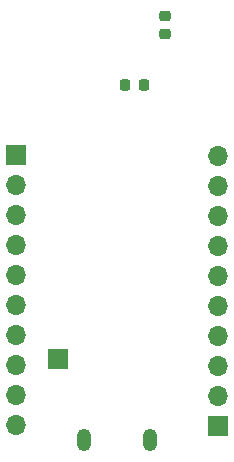
<source format=gbr>
G04 #@! TF.GenerationSoftware,KiCad,Pcbnew,6.0.2+dfsg-1*
G04 #@! TF.CreationDate,2022-02-19T23:14:45+01:00*
G04 #@! TF.ProjectId,e-tinkers-esp32-c3,652d7469-6e6b-4657-9273-2d6573703332,V1.0*
G04 #@! TF.SameCoordinates,Original*
G04 #@! TF.FileFunction,Soldermask,Bot*
G04 #@! TF.FilePolarity,Negative*
%FSLAX46Y46*%
G04 Gerber Fmt 4.6, Leading zero omitted, Abs format (unit mm)*
G04 Created by KiCad (PCBNEW 6.0.2+dfsg-1) date 2022-02-19 23:14:45*
%MOMM*%
%LPD*%
G01*
G04 APERTURE LIST*
G04 Aperture macros list*
%AMRoundRect*
0 Rectangle with rounded corners*
0 $1 Rounding radius*
0 $2 $3 $4 $5 $6 $7 $8 $9 X,Y pos of 4 corners*
0 Add a 4 corners polygon primitive as box body*
4,1,4,$2,$3,$4,$5,$6,$7,$8,$9,$2,$3,0*
0 Add four circle primitives for the rounded corners*
1,1,$1+$1,$2,$3*
1,1,$1+$1,$4,$5*
1,1,$1+$1,$6,$7*
1,1,$1+$1,$8,$9*
0 Add four rect primitives between the rounded corners*
20,1,$1+$1,$2,$3,$4,$5,0*
20,1,$1+$1,$4,$5,$6,$7,0*
20,1,$1+$1,$6,$7,$8,$9,0*
20,1,$1+$1,$8,$9,$2,$3,0*%
G04 Aperture macros list end*
%ADD10R,1.700000X1.700000*%
%ADD11C,0.100000*%
%ADD12O,1.200000X1.900000*%
%ADD13O,1.700000X1.700000*%
%ADD14RoundRect,0.225000X0.250000X-0.225000X0.250000X0.225000X-0.250000X0.225000X-0.250000X-0.225000X0*%
%ADD15RoundRect,0.225000X0.225000X0.250000X-0.225000X0.250000X-0.225000X-0.250000X0.225000X-0.250000X0*%
G04 APERTURE END LIST*
D10*
X203000000Y-101700000D03*
D11*
X206000000Y-106387500D03*
X210000000Y-106387500D03*
D12*
X205200000Y-108537500D03*
X210800000Y-108537500D03*
D10*
X199390000Y-84455000D03*
D13*
X199390000Y-86995000D03*
X199390000Y-89535000D03*
X199390000Y-92075000D03*
X199390000Y-94615000D03*
X199390000Y-97155000D03*
X199390000Y-99695000D03*
X199390000Y-102235000D03*
X199390000Y-104775000D03*
X199390000Y-107315000D03*
D10*
X216535000Y-107352000D03*
D13*
X216535000Y-104812000D03*
X216535000Y-102272000D03*
X216535000Y-99732000D03*
X216535000Y-97192000D03*
X216535000Y-94652000D03*
X216535000Y-92112000D03*
X216535000Y-89572000D03*
X216535000Y-87032000D03*
X216535000Y-84492000D03*
D14*
X212057000Y-74216000D03*
X212057000Y-72666000D03*
D15*
X210231000Y-78541000D03*
X208681000Y-78541000D03*
M02*

</source>
